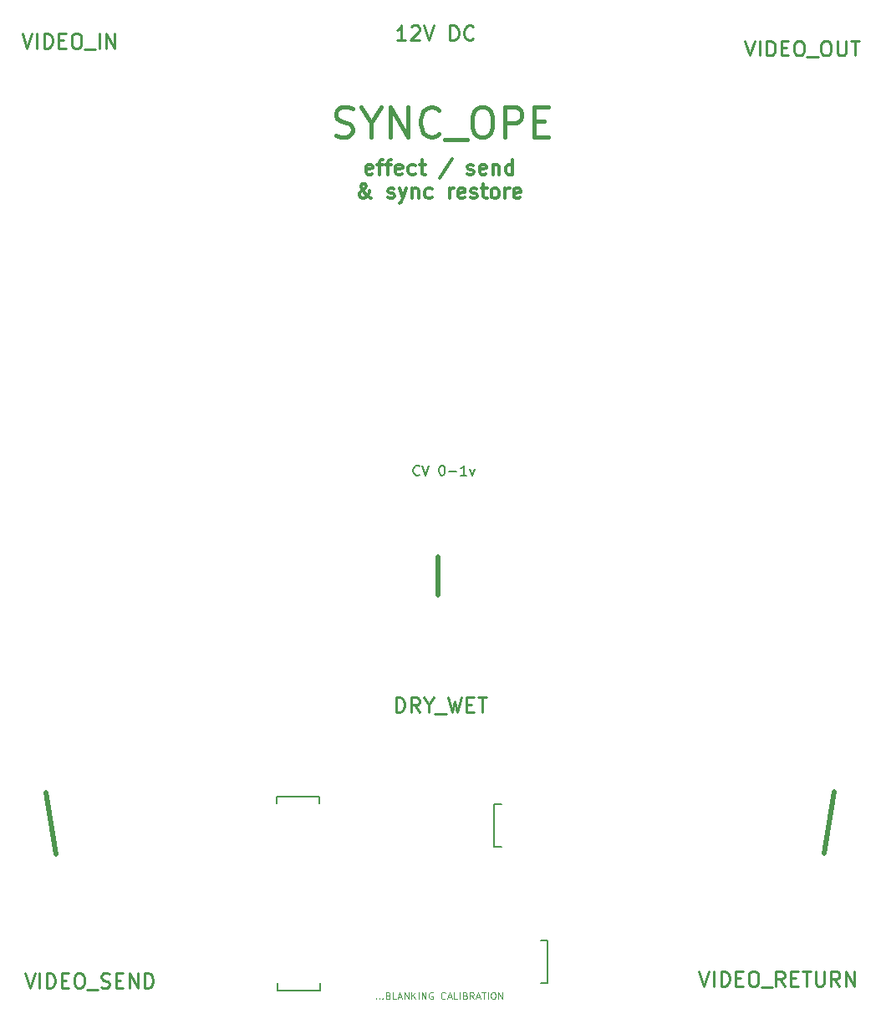
<source format=gbr>
G04 #@! TF.GenerationSoftware,KiCad,Pcbnew,6.0.7*
G04 #@! TF.CreationDate,2023-06-12T18:01:15+12:00*
G04 #@! TF.ProjectId,default_panel,64656661-756c-4745-9f70-616e656c2e6b,1_0_1*
G04 #@! TF.SameCoordinates,Original*
G04 #@! TF.FileFunction,Legend,Top*
G04 #@! TF.FilePolarity,Positive*
%FSLAX46Y46*%
G04 Gerber Fmt 4.6, Leading zero omitted, Abs format (unit mm)*
G04 Created by KiCad (PCBNEW 6.0.7) date 2023-06-12 18:01:15*
%MOMM*%
%LPD*%
G01*
G04 APERTURE LIST*
%ADD10C,0.100000*%
%ADD11C,0.500000*%
%ADD12C,0.250000*%
%ADD13C,0.150000*%
%ADD14C,0.200000*%
%ADD15C,0.400000*%
%ADD16C,0.300000*%
G04 APERTURE END LIST*
D10*
X143560000Y-149280000D02*
X143593333Y-149313333D01*
X143560000Y-149346666D01*
X143526666Y-149313333D01*
X143560000Y-149280000D01*
X143560000Y-149346666D01*
X143893333Y-149280000D02*
X143926666Y-149313333D01*
X143893333Y-149346666D01*
X143860000Y-149313333D01*
X143893333Y-149280000D01*
X143893333Y-149346666D01*
X144226666Y-149280000D02*
X144260000Y-149313333D01*
X144226666Y-149346666D01*
X144193333Y-149313333D01*
X144226666Y-149280000D01*
X144226666Y-149346666D01*
X144793333Y-148980000D02*
X144893333Y-149013333D01*
X144926666Y-149046666D01*
X144960000Y-149113333D01*
X144960000Y-149213333D01*
X144926666Y-149280000D01*
X144893333Y-149313333D01*
X144826666Y-149346666D01*
X144560000Y-149346666D01*
X144560000Y-148646666D01*
X144793333Y-148646666D01*
X144860000Y-148680000D01*
X144893333Y-148713333D01*
X144926666Y-148780000D01*
X144926666Y-148846666D01*
X144893333Y-148913333D01*
X144860000Y-148946666D01*
X144793333Y-148980000D01*
X144560000Y-148980000D01*
X145593333Y-149346666D02*
X145260000Y-149346666D01*
X145260000Y-148646666D01*
X145793333Y-149146666D02*
X146126666Y-149146666D01*
X145726666Y-149346666D02*
X145960000Y-148646666D01*
X146193333Y-149346666D01*
X146426666Y-149346666D02*
X146426666Y-148646666D01*
X146826666Y-149346666D01*
X146826666Y-148646666D01*
X147160000Y-149346666D02*
X147160000Y-148646666D01*
X147560000Y-149346666D02*
X147260000Y-148946666D01*
X147560000Y-148646666D02*
X147160000Y-149046666D01*
X147860000Y-149346666D02*
X147860000Y-148646666D01*
X148193333Y-149346666D02*
X148193333Y-148646666D01*
X148593333Y-149346666D01*
X148593333Y-148646666D01*
X149293333Y-148680000D02*
X149226666Y-148646666D01*
X149126666Y-148646666D01*
X149026666Y-148680000D01*
X148960000Y-148746666D01*
X148926666Y-148813333D01*
X148893333Y-148946666D01*
X148893333Y-149046666D01*
X148926666Y-149180000D01*
X148960000Y-149246666D01*
X149026666Y-149313333D01*
X149126666Y-149346666D01*
X149193333Y-149346666D01*
X149293333Y-149313333D01*
X149326666Y-149280000D01*
X149326666Y-149046666D01*
X149193333Y-149046666D01*
X150560000Y-149280000D02*
X150526666Y-149313333D01*
X150426666Y-149346666D01*
X150360000Y-149346666D01*
X150260000Y-149313333D01*
X150193333Y-149246666D01*
X150160000Y-149180000D01*
X150126666Y-149046666D01*
X150126666Y-148946666D01*
X150160000Y-148813333D01*
X150193333Y-148746666D01*
X150260000Y-148680000D01*
X150360000Y-148646666D01*
X150426666Y-148646666D01*
X150526666Y-148680000D01*
X150560000Y-148713333D01*
X150826666Y-149146666D02*
X151160000Y-149146666D01*
X150760000Y-149346666D02*
X150993333Y-148646666D01*
X151226666Y-149346666D01*
X151793333Y-149346666D02*
X151460000Y-149346666D01*
X151460000Y-148646666D01*
X152026666Y-149346666D02*
X152026666Y-148646666D01*
X152593333Y-148980000D02*
X152693333Y-149013333D01*
X152726666Y-149046666D01*
X152760000Y-149113333D01*
X152760000Y-149213333D01*
X152726666Y-149280000D01*
X152693333Y-149313333D01*
X152626666Y-149346666D01*
X152360000Y-149346666D01*
X152360000Y-148646666D01*
X152593333Y-148646666D01*
X152660000Y-148680000D01*
X152693333Y-148713333D01*
X152726666Y-148780000D01*
X152726666Y-148846666D01*
X152693333Y-148913333D01*
X152660000Y-148946666D01*
X152593333Y-148980000D01*
X152360000Y-148980000D01*
X153460000Y-149346666D02*
X153226666Y-149013333D01*
X153060000Y-149346666D02*
X153060000Y-148646666D01*
X153326666Y-148646666D01*
X153393333Y-148680000D01*
X153426666Y-148713333D01*
X153460000Y-148780000D01*
X153460000Y-148880000D01*
X153426666Y-148946666D01*
X153393333Y-148980000D01*
X153326666Y-149013333D01*
X153060000Y-149013333D01*
X153726666Y-149146666D02*
X154060000Y-149146666D01*
X153660000Y-149346666D02*
X153893333Y-148646666D01*
X154126666Y-149346666D01*
X154260000Y-148646666D02*
X154660000Y-148646666D01*
X154460000Y-149346666D02*
X154460000Y-148646666D01*
X154893333Y-149346666D02*
X154893333Y-148646666D01*
X155360000Y-148646666D02*
X155493333Y-148646666D01*
X155560000Y-148680000D01*
X155626666Y-148746666D01*
X155660000Y-148880000D01*
X155660000Y-149113333D01*
X155626666Y-149246666D01*
X155560000Y-149313333D01*
X155493333Y-149346666D01*
X155360000Y-149346666D01*
X155293333Y-149313333D01*
X155226666Y-149246666D01*
X155193333Y-149113333D01*
X155193333Y-148880000D01*
X155226666Y-148746666D01*
X155293333Y-148680000D01*
X155360000Y-148646666D01*
X155960000Y-149346666D02*
X155960000Y-148646666D01*
X156360000Y-149346666D01*
X156360000Y-148646666D01*
D11*
X111150000Y-134650000D02*
X110100000Y-128400000D01*
X149800000Y-108400000D02*
X149800000Y-104550000D01*
X189975000Y-128325000D02*
X188925000Y-134575000D01*
D12*
X107714285Y-51528571D02*
X108214285Y-53028571D01*
X108714285Y-51528571D01*
X109214285Y-53028571D02*
X109214285Y-51528571D01*
X109928571Y-53028571D02*
X109928571Y-51528571D01*
X110285714Y-51528571D01*
X110500000Y-51600000D01*
X110642857Y-51742857D01*
X110714285Y-51885714D01*
X110785714Y-52171428D01*
X110785714Y-52385714D01*
X110714285Y-52671428D01*
X110642857Y-52814285D01*
X110500000Y-52957142D01*
X110285714Y-53028571D01*
X109928571Y-53028571D01*
X111428571Y-52242857D02*
X111928571Y-52242857D01*
X112142857Y-53028571D02*
X111428571Y-53028571D01*
X111428571Y-51528571D01*
X112142857Y-51528571D01*
X113071428Y-51528571D02*
X113357142Y-51528571D01*
X113500000Y-51600000D01*
X113642857Y-51742857D01*
X113714285Y-52028571D01*
X113714285Y-52528571D01*
X113642857Y-52814285D01*
X113500000Y-52957142D01*
X113357142Y-53028571D01*
X113071428Y-53028571D01*
X112928571Y-52957142D01*
X112785714Y-52814285D01*
X112714285Y-52528571D01*
X112714285Y-52028571D01*
X112785714Y-51742857D01*
X112928571Y-51600000D01*
X113071428Y-51528571D01*
X114000000Y-53171428D02*
X115142857Y-53171428D01*
X115500000Y-53028571D02*
X115500000Y-51528571D01*
X116214285Y-53028571D02*
X116214285Y-51528571D01*
X117071428Y-53028571D01*
X117071428Y-51528571D01*
X180914285Y-52278571D02*
X181414285Y-53778571D01*
X181914285Y-52278571D01*
X182414285Y-53778571D02*
X182414285Y-52278571D01*
X183128571Y-53778571D02*
X183128571Y-52278571D01*
X183485714Y-52278571D01*
X183700000Y-52350000D01*
X183842857Y-52492857D01*
X183914285Y-52635714D01*
X183985714Y-52921428D01*
X183985714Y-53135714D01*
X183914285Y-53421428D01*
X183842857Y-53564285D01*
X183700000Y-53707142D01*
X183485714Y-53778571D01*
X183128571Y-53778571D01*
X184628571Y-52992857D02*
X185128571Y-52992857D01*
X185342857Y-53778571D02*
X184628571Y-53778571D01*
X184628571Y-52278571D01*
X185342857Y-52278571D01*
X186271428Y-52278571D02*
X186557142Y-52278571D01*
X186700000Y-52350000D01*
X186842857Y-52492857D01*
X186914285Y-52778571D01*
X186914285Y-53278571D01*
X186842857Y-53564285D01*
X186700000Y-53707142D01*
X186557142Y-53778571D01*
X186271428Y-53778571D01*
X186128571Y-53707142D01*
X185985714Y-53564285D01*
X185914285Y-53278571D01*
X185914285Y-52778571D01*
X185985714Y-52492857D01*
X186128571Y-52350000D01*
X186271428Y-52278571D01*
X187200000Y-53921428D02*
X188342857Y-53921428D01*
X188985714Y-52278571D02*
X189271428Y-52278571D01*
X189414285Y-52350000D01*
X189557142Y-52492857D01*
X189628571Y-52778571D01*
X189628571Y-53278571D01*
X189557142Y-53564285D01*
X189414285Y-53707142D01*
X189271428Y-53778571D01*
X188985714Y-53778571D01*
X188842857Y-53707142D01*
X188700000Y-53564285D01*
X188628571Y-53278571D01*
X188628571Y-52778571D01*
X188700000Y-52492857D01*
X188842857Y-52350000D01*
X188985714Y-52278571D01*
X190271428Y-52278571D02*
X190271428Y-53492857D01*
X190342857Y-53635714D01*
X190414285Y-53707142D01*
X190557142Y-53778571D01*
X190842857Y-53778571D01*
X190985714Y-53707142D01*
X191057142Y-53635714D01*
X191128571Y-53492857D01*
X191128571Y-52278571D01*
X191628571Y-52278571D02*
X192485714Y-52278571D01*
X192057142Y-53778571D02*
X192057142Y-52278571D01*
X176285714Y-146528571D02*
X176785714Y-148028571D01*
X177285714Y-146528571D01*
X177785714Y-148028571D02*
X177785714Y-146528571D01*
X178500000Y-148028571D02*
X178500000Y-146528571D01*
X178857142Y-146528571D01*
X179071428Y-146600000D01*
X179214285Y-146742857D01*
X179285714Y-146885714D01*
X179357142Y-147171428D01*
X179357142Y-147385714D01*
X179285714Y-147671428D01*
X179214285Y-147814285D01*
X179071428Y-147957142D01*
X178857142Y-148028571D01*
X178500000Y-148028571D01*
X180000000Y-147242857D02*
X180500000Y-147242857D01*
X180714285Y-148028571D02*
X180000000Y-148028571D01*
X180000000Y-146528571D01*
X180714285Y-146528571D01*
X181642857Y-146528571D02*
X181928571Y-146528571D01*
X182071428Y-146600000D01*
X182214285Y-146742857D01*
X182285714Y-147028571D01*
X182285714Y-147528571D01*
X182214285Y-147814285D01*
X182071428Y-147957142D01*
X181928571Y-148028571D01*
X181642857Y-148028571D01*
X181500000Y-147957142D01*
X181357142Y-147814285D01*
X181285714Y-147528571D01*
X181285714Y-147028571D01*
X181357142Y-146742857D01*
X181500000Y-146600000D01*
X181642857Y-146528571D01*
X182571428Y-148171428D02*
X183714285Y-148171428D01*
X184928571Y-148028571D02*
X184428571Y-147314285D01*
X184071428Y-148028571D02*
X184071428Y-146528571D01*
X184642857Y-146528571D01*
X184785714Y-146600000D01*
X184857142Y-146671428D01*
X184928571Y-146814285D01*
X184928571Y-147028571D01*
X184857142Y-147171428D01*
X184785714Y-147242857D01*
X184642857Y-147314285D01*
X184071428Y-147314285D01*
X185571428Y-147242857D02*
X186071428Y-147242857D01*
X186285714Y-148028571D02*
X185571428Y-148028571D01*
X185571428Y-146528571D01*
X186285714Y-146528571D01*
X186714285Y-146528571D02*
X187571428Y-146528571D01*
X187142857Y-148028571D02*
X187142857Y-146528571D01*
X188071428Y-146528571D02*
X188071428Y-147742857D01*
X188142857Y-147885714D01*
X188214285Y-147957142D01*
X188357142Y-148028571D01*
X188642857Y-148028571D01*
X188785714Y-147957142D01*
X188857142Y-147885714D01*
X188928571Y-147742857D01*
X188928571Y-146528571D01*
X190500000Y-148028571D02*
X190000000Y-147314285D01*
X189642857Y-148028571D02*
X189642857Y-146528571D01*
X190214285Y-146528571D01*
X190357142Y-146600000D01*
X190428571Y-146671428D01*
X190500000Y-146814285D01*
X190500000Y-147028571D01*
X190428571Y-147171428D01*
X190357142Y-147242857D01*
X190214285Y-147314285D01*
X189642857Y-147314285D01*
X191142857Y-148028571D02*
X191142857Y-146528571D01*
X192000000Y-148028571D01*
X192000000Y-146528571D01*
X145585714Y-120278571D02*
X145585714Y-118778571D01*
X145942857Y-118778571D01*
X146157142Y-118850000D01*
X146300000Y-118992857D01*
X146371428Y-119135714D01*
X146442857Y-119421428D01*
X146442857Y-119635714D01*
X146371428Y-119921428D01*
X146300000Y-120064285D01*
X146157142Y-120207142D01*
X145942857Y-120278571D01*
X145585714Y-120278571D01*
X147942857Y-120278571D02*
X147442857Y-119564285D01*
X147085714Y-120278571D02*
X147085714Y-118778571D01*
X147657142Y-118778571D01*
X147800000Y-118850000D01*
X147871428Y-118921428D01*
X147942857Y-119064285D01*
X147942857Y-119278571D01*
X147871428Y-119421428D01*
X147800000Y-119492857D01*
X147657142Y-119564285D01*
X147085714Y-119564285D01*
X148871428Y-119564285D02*
X148871428Y-120278571D01*
X148371428Y-118778571D02*
X148871428Y-119564285D01*
X149371428Y-118778571D01*
X149514285Y-120421428D02*
X150657142Y-120421428D01*
X150871428Y-118778571D02*
X151228571Y-120278571D01*
X151514285Y-119207142D01*
X151800000Y-120278571D01*
X152157142Y-118778571D01*
X152728571Y-119492857D02*
X153228571Y-119492857D01*
X153442857Y-120278571D02*
X152728571Y-120278571D01*
X152728571Y-118778571D01*
X153442857Y-118778571D01*
X153871428Y-118778571D02*
X154728571Y-118778571D01*
X154300000Y-120278571D02*
X154300000Y-118778571D01*
D13*
X147947619Y-96207142D02*
X147900000Y-96254761D01*
X147757142Y-96302380D01*
X147661904Y-96302380D01*
X147519047Y-96254761D01*
X147423809Y-96159523D01*
X147376190Y-96064285D01*
X147328571Y-95873809D01*
X147328571Y-95730952D01*
X147376190Y-95540476D01*
X147423809Y-95445238D01*
X147519047Y-95350000D01*
X147661904Y-95302380D01*
X147757142Y-95302380D01*
X147900000Y-95350000D01*
X147947619Y-95397619D01*
X148233333Y-95302380D02*
X148566666Y-96302380D01*
X148900000Y-95302380D01*
X150185714Y-95302380D02*
X150280952Y-95302380D01*
X150376190Y-95350000D01*
X150423809Y-95397619D01*
X150471428Y-95492857D01*
X150519047Y-95683333D01*
X150519047Y-95921428D01*
X150471428Y-96111904D01*
X150423809Y-96207142D01*
X150376190Y-96254761D01*
X150280952Y-96302380D01*
X150185714Y-96302380D01*
X150090476Y-96254761D01*
X150042857Y-96207142D01*
X149995238Y-96111904D01*
X149947619Y-95921428D01*
X149947619Y-95683333D01*
X149995238Y-95492857D01*
X150042857Y-95397619D01*
X150090476Y-95350000D01*
X150185714Y-95302380D01*
X150947619Y-95921428D02*
X151709523Y-95921428D01*
X152709523Y-96302380D02*
X152138095Y-96302380D01*
X152423809Y-96302380D02*
X152423809Y-95302380D01*
X152328571Y-95445238D01*
X152233333Y-95540476D01*
X152138095Y-95588095D01*
X153042857Y-95635714D02*
X153280952Y-96302380D01*
X153519047Y-95635714D01*
D14*
X160218571Y-147717142D02*
X160932857Y-147717142D01*
X160932857Y-143431428D01*
X160218571Y-143431428D01*
X133512857Y-129541428D02*
X133512857Y-128827142D01*
X137798571Y-128827142D01*
X137798571Y-129541428D01*
D15*
X139464285Y-61864285D02*
X139892857Y-62007142D01*
X140607142Y-62007142D01*
X140892857Y-61864285D01*
X141035714Y-61721428D01*
X141178571Y-61435714D01*
X141178571Y-61150000D01*
X141035714Y-60864285D01*
X140892857Y-60721428D01*
X140607142Y-60578571D01*
X140035714Y-60435714D01*
X139750000Y-60292857D01*
X139607142Y-60150000D01*
X139464285Y-59864285D01*
X139464285Y-59578571D01*
X139607142Y-59292857D01*
X139750000Y-59150000D01*
X140035714Y-59007142D01*
X140750000Y-59007142D01*
X141178571Y-59150000D01*
X143035714Y-60578571D02*
X143035714Y-62007142D01*
X142035714Y-59007142D02*
X143035714Y-60578571D01*
X144035714Y-59007142D01*
X145035714Y-62007142D02*
X145035714Y-59007142D01*
X146750000Y-62007142D01*
X146750000Y-59007142D01*
X149892857Y-61721428D02*
X149750000Y-61864285D01*
X149321428Y-62007142D01*
X149035714Y-62007142D01*
X148607142Y-61864285D01*
X148321428Y-61578571D01*
X148178571Y-61292857D01*
X148035714Y-60721428D01*
X148035714Y-60292857D01*
X148178571Y-59721428D01*
X148321428Y-59435714D01*
X148607142Y-59150000D01*
X149035714Y-59007142D01*
X149321428Y-59007142D01*
X149750000Y-59150000D01*
X149892857Y-59292857D01*
X150464285Y-62292857D02*
X152750000Y-62292857D01*
X154035714Y-59007142D02*
X154607142Y-59007142D01*
X154892857Y-59150000D01*
X155178571Y-59435714D01*
X155321428Y-60007142D01*
X155321428Y-61007142D01*
X155178571Y-61578571D01*
X154892857Y-61864285D01*
X154607142Y-62007142D01*
X154035714Y-62007142D01*
X153750000Y-61864285D01*
X153464285Y-61578571D01*
X153321428Y-61007142D01*
X153321428Y-60007142D01*
X153464285Y-59435714D01*
X153750000Y-59150000D01*
X154035714Y-59007142D01*
X156607142Y-62007142D02*
X156607142Y-59007142D01*
X157750000Y-59007142D01*
X158035714Y-59150000D01*
X158178571Y-59292857D01*
X158321428Y-59578571D01*
X158321428Y-60007142D01*
X158178571Y-60292857D01*
X158035714Y-60435714D01*
X157750000Y-60578571D01*
X156607142Y-60578571D01*
X159607142Y-60435714D02*
X160607142Y-60435714D01*
X161035714Y-62007142D02*
X159607142Y-62007142D01*
X159607142Y-59007142D01*
X161035714Y-59007142D01*
D12*
X107978571Y-146728571D02*
X108478571Y-148228571D01*
X108978571Y-146728571D01*
X109478571Y-148228571D02*
X109478571Y-146728571D01*
X110192857Y-148228571D02*
X110192857Y-146728571D01*
X110550000Y-146728571D01*
X110764285Y-146800000D01*
X110907142Y-146942857D01*
X110978571Y-147085714D01*
X111050000Y-147371428D01*
X111050000Y-147585714D01*
X110978571Y-147871428D01*
X110907142Y-148014285D01*
X110764285Y-148157142D01*
X110550000Y-148228571D01*
X110192857Y-148228571D01*
X111692857Y-147442857D02*
X112192857Y-147442857D01*
X112407142Y-148228571D02*
X111692857Y-148228571D01*
X111692857Y-146728571D01*
X112407142Y-146728571D01*
X113335714Y-146728571D02*
X113621428Y-146728571D01*
X113764285Y-146800000D01*
X113907142Y-146942857D01*
X113978571Y-147228571D01*
X113978571Y-147728571D01*
X113907142Y-148014285D01*
X113764285Y-148157142D01*
X113621428Y-148228571D01*
X113335714Y-148228571D01*
X113192857Y-148157142D01*
X113050000Y-148014285D01*
X112978571Y-147728571D01*
X112978571Y-147228571D01*
X113050000Y-146942857D01*
X113192857Y-146800000D01*
X113335714Y-146728571D01*
X114264285Y-148371428D02*
X115407142Y-148371428D01*
X115692857Y-148157142D02*
X115907142Y-148228571D01*
X116264285Y-148228571D01*
X116407142Y-148157142D01*
X116478571Y-148085714D01*
X116550000Y-147942857D01*
X116550000Y-147800000D01*
X116478571Y-147657142D01*
X116407142Y-147585714D01*
X116264285Y-147514285D01*
X115978571Y-147442857D01*
X115835714Y-147371428D01*
X115764285Y-147300000D01*
X115692857Y-147157142D01*
X115692857Y-147014285D01*
X115764285Y-146871428D01*
X115835714Y-146800000D01*
X115978571Y-146728571D01*
X116335714Y-146728571D01*
X116550000Y-146800000D01*
X117192857Y-147442857D02*
X117692857Y-147442857D01*
X117907142Y-148228571D02*
X117192857Y-148228571D01*
X117192857Y-146728571D01*
X117907142Y-146728571D01*
X118550000Y-148228571D02*
X118550000Y-146728571D01*
X119407142Y-148228571D01*
X119407142Y-146728571D01*
X120121428Y-148228571D02*
X120121428Y-146728571D01*
X120478571Y-146728571D01*
X120692857Y-146800000D01*
X120835714Y-146942857D01*
X120907142Y-147085714D01*
X120978571Y-147371428D01*
X120978571Y-147585714D01*
X120907142Y-147871428D01*
X120835714Y-148014285D01*
X120692857Y-148157142D01*
X120478571Y-148228571D01*
X120121428Y-148228571D01*
D14*
X133612857Y-147738571D02*
X133612857Y-148452857D01*
X137898571Y-148452857D01*
X137898571Y-147738571D01*
D16*
X143178571Y-65749642D02*
X143035714Y-65821071D01*
X142750000Y-65821071D01*
X142607142Y-65749642D01*
X142535714Y-65606785D01*
X142535714Y-65035357D01*
X142607142Y-64892500D01*
X142750000Y-64821071D01*
X143035714Y-64821071D01*
X143178571Y-64892500D01*
X143250000Y-65035357D01*
X143250000Y-65178214D01*
X142535714Y-65321071D01*
X143678571Y-64821071D02*
X144250000Y-64821071D01*
X143892857Y-65821071D02*
X143892857Y-64535357D01*
X143964285Y-64392500D01*
X144107142Y-64321071D01*
X144250000Y-64321071D01*
X144535714Y-64821071D02*
X145107142Y-64821071D01*
X144750000Y-65821071D02*
X144750000Y-64535357D01*
X144821428Y-64392500D01*
X144964285Y-64321071D01*
X145107142Y-64321071D01*
X146178571Y-65749642D02*
X146035714Y-65821071D01*
X145750000Y-65821071D01*
X145607142Y-65749642D01*
X145535714Y-65606785D01*
X145535714Y-65035357D01*
X145607142Y-64892500D01*
X145750000Y-64821071D01*
X146035714Y-64821071D01*
X146178571Y-64892500D01*
X146250000Y-65035357D01*
X146250000Y-65178214D01*
X145535714Y-65321071D01*
X147535714Y-65749642D02*
X147392857Y-65821071D01*
X147107142Y-65821071D01*
X146964285Y-65749642D01*
X146892857Y-65678214D01*
X146821428Y-65535357D01*
X146821428Y-65106785D01*
X146892857Y-64963928D01*
X146964285Y-64892500D01*
X147107142Y-64821071D01*
X147392857Y-64821071D01*
X147535714Y-64892500D01*
X147964285Y-64821071D02*
X148535714Y-64821071D01*
X148178571Y-64321071D02*
X148178571Y-65606785D01*
X148250000Y-65749642D01*
X148392857Y-65821071D01*
X148535714Y-65821071D01*
X151250000Y-64249642D02*
X149964285Y-66178214D01*
X152821428Y-65749642D02*
X152964285Y-65821071D01*
X153250000Y-65821071D01*
X153392857Y-65749642D01*
X153464285Y-65606785D01*
X153464285Y-65535357D01*
X153392857Y-65392500D01*
X153250000Y-65321071D01*
X153035714Y-65321071D01*
X152892857Y-65249642D01*
X152821428Y-65106785D01*
X152821428Y-65035357D01*
X152892857Y-64892500D01*
X153035714Y-64821071D01*
X153250000Y-64821071D01*
X153392857Y-64892500D01*
X154678571Y-65749642D02*
X154535714Y-65821071D01*
X154250000Y-65821071D01*
X154107142Y-65749642D01*
X154035714Y-65606785D01*
X154035714Y-65035357D01*
X154107142Y-64892500D01*
X154250000Y-64821071D01*
X154535714Y-64821071D01*
X154678571Y-64892500D01*
X154750000Y-65035357D01*
X154750000Y-65178214D01*
X154035714Y-65321071D01*
X155392857Y-64821071D02*
X155392857Y-65821071D01*
X155392857Y-64963928D02*
X155464285Y-64892500D01*
X155607142Y-64821071D01*
X155821428Y-64821071D01*
X155964285Y-64892500D01*
X156035714Y-65035357D01*
X156035714Y-65821071D01*
X157392857Y-65821071D02*
X157392857Y-64321071D01*
X157392857Y-65749642D02*
X157250000Y-65821071D01*
X156964285Y-65821071D01*
X156821428Y-65749642D01*
X156750000Y-65678214D01*
X156678571Y-65535357D01*
X156678571Y-65106785D01*
X156750000Y-64963928D01*
X156821428Y-64892500D01*
X156964285Y-64821071D01*
X157250000Y-64821071D01*
X157392857Y-64892500D01*
X143071428Y-68236071D02*
X143000000Y-68236071D01*
X142857142Y-68164642D01*
X142642857Y-67950357D01*
X142285714Y-67521785D01*
X142142857Y-67307500D01*
X142071428Y-67093214D01*
X142071428Y-66950357D01*
X142142857Y-66807500D01*
X142285714Y-66736071D01*
X142357142Y-66736071D01*
X142500000Y-66807500D01*
X142571428Y-66950357D01*
X142571428Y-67021785D01*
X142500000Y-67164642D01*
X142428571Y-67236071D01*
X142000000Y-67521785D01*
X141928571Y-67593214D01*
X141857142Y-67736071D01*
X141857142Y-67950357D01*
X141928571Y-68093214D01*
X142000000Y-68164642D01*
X142142857Y-68236071D01*
X142357142Y-68236071D01*
X142500000Y-68164642D01*
X142571428Y-68093214D01*
X142785714Y-67807500D01*
X142857142Y-67593214D01*
X142857142Y-67450357D01*
X144785714Y-68164642D02*
X144928571Y-68236071D01*
X145214285Y-68236071D01*
X145357142Y-68164642D01*
X145428571Y-68021785D01*
X145428571Y-67950357D01*
X145357142Y-67807500D01*
X145214285Y-67736071D01*
X145000000Y-67736071D01*
X144857142Y-67664642D01*
X144785714Y-67521785D01*
X144785714Y-67450357D01*
X144857142Y-67307500D01*
X145000000Y-67236071D01*
X145214285Y-67236071D01*
X145357142Y-67307500D01*
X145928571Y-67236071D02*
X146285714Y-68236071D01*
X146642857Y-67236071D02*
X146285714Y-68236071D01*
X146142857Y-68593214D01*
X146071428Y-68664642D01*
X145928571Y-68736071D01*
X147214285Y-67236071D02*
X147214285Y-68236071D01*
X147214285Y-67378928D02*
X147285714Y-67307500D01*
X147428571Y-67236071D01*
X147642857Y-67236071D01*
X147785714Y-67307500D01*
X147857142Y-67450357D01*
X147857142Y-68236071D01*
X149214285Y-68164642D02*
X149071428Y-68236071D01*
X148785714Y-68236071D01*
X148642857Y-68164642D01*
X148571428Y-68093214D01*
X148500000Y-67950357D01*
X148500000Y-67521785D01*
X148571428Y-67378928D01*
X148642857Y-67307500D01*
X148785714Y-67236071D01*
X149071428Y-67236071D01*
X149214285Y-67307500D01*
X151000000Y-68236071D02*
X151000000Y-67236071D01*
X151000000Y-67521785D02*
X151071428Y-67378928D01*
X151142857Y-67307500D01*
X151285714Y-67236071D01*
X151428571Y-67236071D01*
X152500000Y-68164642D02*
X152357142Y-68236071D01*
X152071428Y-68236071D01*
X151928571Y-68164642D01*
X151857142Y-68021785D01*
X151857142Y-67450357D01*
X151928571Y-67307500D01*
X152071428Y-67236071D01*
X152357142Y-67236071D01*
X152500000Y-67307500D01*
X152571428Y-67450357D01*
X152571428Y-67593214D01*
X151857142Y-67736071D01*
X153142857Y-68164642D02*
X153285714Y-68236071D01*
X153571428Y-68236071D01*
X153714285Y-68164642D01*
X153785714Y-68021785D01*
X153785714Y-67950357D01*
X153714285Y-67807500D01*
X153571428Y-67736071D01*
X153357142Y-67736071D01*
X153214285Y-67664642D01*
X153142857Y-67521785D01*
X153142857Y-67450357D01*
X153214285Y-67307500D01*
X153357142Y-67236071D01*
X153571428Y-67236071D01*
X153714285Y-67307500D01*
X154214285Y-67236071D02*
X154785714Y-67236071D01*
X154428571Y-66736071D02*
X154428571Y-68021785D01*
X154500000Y-68164642D01*
X154642857Y-68236071D01*
X154785714Y-68236071D01*
X155500000Y-68236071D02*
X155357142Y-68164642D01*
X155285714Y-68093214D01*
X155214285Y-67950357D01*
X155214285Y-67521785D01*
X155285714Y-67378928D01*
X155357142Y-67307500D01*
X155500000Y-67236071D01*
X155714285Y-67236071D01*
X155857142Y-67307500D01*
X155928571Y-67378928D01*
X156000000Y-67521785D01*
X156000000Y-67950357D01*
X155928571Y-68093214D01*
X155857142Y-68164642D01*
X155714285Y-68236071D01*
X155500000Y-68236071D01*
X156642857Y-68236071D02*
X156642857Y-67236071D01*
X156642857Y-67521785D02*
X156714285Y-67378928D01*
X156785714Y-67307500D01*
X156928571Y-67236071D01*
X157071428Y-67236071D01*
X158142857Y-68164642D02*
X158000000Y-68236071D01*
X157714285Y-68236071D01*
X157571428Y-68164642D01*
X157500000Y-68021785D01*
X157500000Y-67450357D01*
X157571428Y-67307500D01*
X157714285Y-67236071D01*
X158000000Y-67236071D01*
X158142857Y-67307500D01*
X158214285Y-67450357D01*
X158214285Y-67593214D01*
X157500000Y-67736071D01*
D14*
X156231428Y-133887142D02*
X155517142Y-133887142D01*
X155517142Y-129601428D01*
X156231428Y-129601428D01*
D12*
X146550000Y-52228571D02*
X145692857Y-52228571D01*
X146121428Y-52228571D02*
X146121428Y-50728571D01*
X145978571Y-50942857D01*
X145835714Y-51085714D01*
X145692857Y-51157142D01*
X147121428Y-50871428D02*
X147192857Y-50800000D01*
X147335714Y-50728571D01*
X147692857Y-50728571D01*
X147835714Y-50800000D01*
X147907142Y-50871428D01*
X147978571Y-51014285D01*
X147978571Y-51157142D01*
X147907142Y-51371428D01*
X147050000Y-52228571D01*
X147978571Y-52228571D01*
X148407142Y-50728571D02*
X148907142Y-52228571D01*
X149407142Y-50728571D01*
X151050000Y-52228571D02*
X151050000Y-50728571D01*
X151407142Y-50728571D01*
X151621428Y-50800000D01*
X151764285Y-50942857D01*
X151835714Y-51085714D01*
X151907142Y-51371428D01*
X151907142Y-51585714D01*
X151835714Y-51871428D01*
X151764285Y-52014285D01*
X151621428Y-52157142D01*
X151407142Y-52228571D01*
X151050000Y-52228571D01*
X153407142Y-52085714D02*
X153335714Y-52157142D01*
X153121428Y-52228571D01*
X152978571Y-52228571D01*
X152764285Y-52157142D01*
X152621428Y-52014285D01*
X152550000Y-51871428D01*
X152478571Y-51585714D01*
X152478571Y-51371428D01*
X152550000Y-51085714D01*
X152621428Y-50942857D01*
X152764285Y-50800000D01*
X152978571Y-50728571D01*
X153121428Y-50728571D01*
X153335714Y-50800000D01*
X153407142Y-50871428D01*
M02*

</source>
